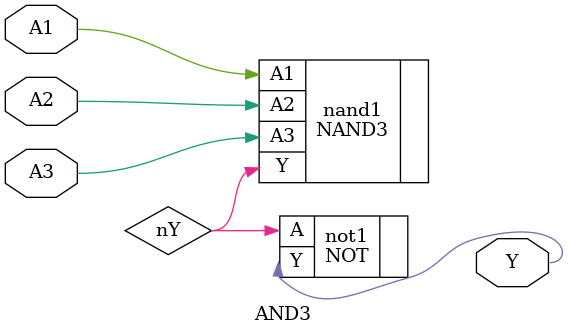
<source format=v>
`include "../NAND3/NAND3.v"
`include "../NOT/NOT.v"

module AND3(
    output Y,
    input A1,
    input A2,
    input A3
);
    wire nY;
    NAND3 nand1(.A1(A1), .A2(A2), .A3(A3), .Y(nY));
    NOT not1(.A(nY), .Y(Y));
endmodule
</source>
